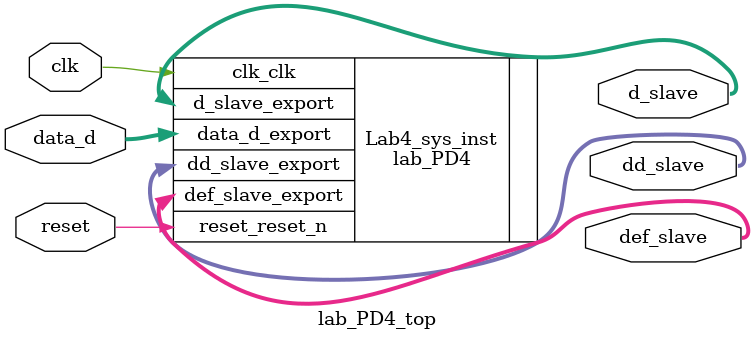
<source format=sv>
`timescale 1ns/1ns
module lab_PD4_top (
	input bit clk,
	input bit reset,
	input bit [7:0] data_d,
	output bit [7:0] dd_slave,
	output bit [7:0] d_slave,
	output bit [7:0] def_slave
);

lab_PD4 Lab4_sys_inst (
	.clk_clk          (clk),
	.reset_reset_n    (reset),
	.def_slave_export (def_slave),
	.dd_slave_export  (dd_slave),
	.d_slave_export   (d_slave),
	.data_d_export    (data_d)
);
endmodule 
</source>
